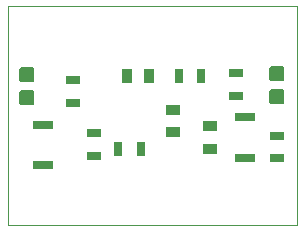
<source format=gtp>
G04 Layer_Color=8421504*
%FSAX44Y44*%
%MOMM*%
G71*
G01*
G75*
%ADD10R,1.7000X0.8000*%
G04:AMPARAMS|DCode=11|XSize=1.27mm|YSize=1.27mm|CornerRadius=0.1588mm|HoleSize=0mm|Usage=FLASHONLY|Rotation=270.000|XOffset=0mm|YOffset=0mm|HoleType=Round|Shape=RoundedRectangle|*
%AMROUNDEDRECTD11*
21,1,1.2700,0.9525,0,0,270.0*
21,1,0.9525,1.2700,0,0,270.0*
1,1,0.3175,-0.4763,-0.4763*
1,1,0.3175,-0.4763,0.4763*
1,1,0.3175,0.4763,0.4763*
1,1,0.3175,0.4763,-0.4763*
%
%ADD11ROUNDEDRECTD11*%
%ADD12R,1.3000X0.7000*%
%ADD13R,0.9000X1.3000*%
%ADD14R,0.7000X1.3000*%
%ADD15C,0.1500*%
%ADD16R,1.3000X0.9000*%
%ADD20C,0.1016*%
D10*
X00050000Y00051000D02*
D03*
Y00085000D02*
D03*
X00221000Y00091000D02*
D03*
Y00057000D02*
D03*
D11*
X00036000Y00126525D02*
D03*
Y00107475D02*
D03*
X00248000Y00108475D02*
D03*
Y00127525D02*
D03*
D12*
X00075000Y00103500D02*
D03*
Y00122500D02*
D03*
X00093000Y00058500D02*
D03*
Y00077500D02*
D03*
X00248000Y00056500D02*
D03*
Y00075500D02*
D03*
X00213000Y00128500D02*
D03*
Y00109500D02*
D03*
D13*
X00139500Y00126000D02*
D03*
X00120500D02*
D03*
D14*
X00132500Y00064000D02*
D03*
X00113500D02*
D03*
X00183500Y00126000D02*
D03*
X00164500D02*
D03*
D15*
X00121000Y00088000D02*
D03*
X00126000D02*
D03*
X00131000D02*
D03*
X00136000D02*
D03*
X00121000Y00093000D02*
D03*
X00126000D02*
D03*
X00131000D02*
D03*
X00136000D02*
D03*
X00121000Y00098000D02*
D03*
X00126000D02*
D03*
X00131000D02*
D03*
X00136000D02*
D03*
X00121000Y00103000D02*
D03*
X00126000D02*
D03*
X00131000D02*
D03*
X00136000D02*
D03*
D16*
X00160000Y00078500D02*
D03*
Y00097500D02*
D03*
X00191000Y00064500D02*
D03*
Y00083500D02*
D03*
D20*
X00020000Y00000000D02*
X00265000D01*
Y00185000D01*
X00020000D02*
X00265000D01*
X00020000Y00000000D02*
Y00185000D01*
M02*

</source>
